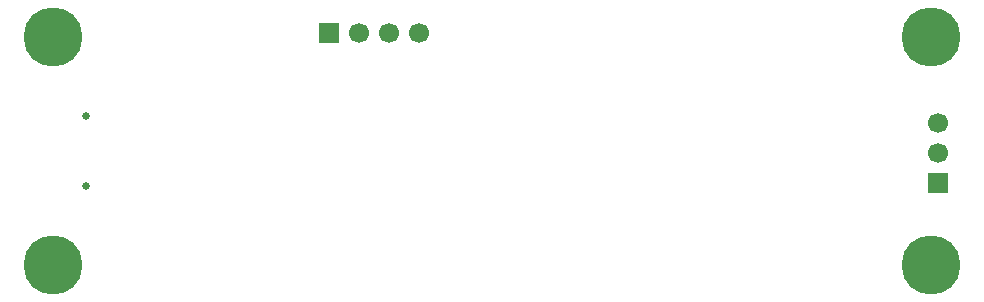
<source format=gbr>
%TF.GenerationSoftware,KiCad,Pcbnew,9.0.7*%
%TF.CreationDate,2026-02-18T00:38:32-05:00*%
%TF.ProjectId,RedPink_STM32C09_Board,52656450-696e-46b5-9f53-544d33324330,rev?*%
%TF.SameCoordinates,Original*%
%TF.FileFunction,Soldermask,Bot*%
%TF.FilePolarity,Negative*%
%FSLAX46Y46*%
G04 Gerber Fmt 4.6, Leading zero omitted, Abs format (unit mm)*
G04 Created by KiCad (PCBNEW 9.0.7) date 2026-02-18 00:38:32*
%MOMM*%
%LPD*%
G01*
G04 APERTURE LIST*
%ADD10R,1.700000X1.700000*%
%ADD11C,1.700000*%
%ADD12C,5.000000*%
%ADD13C,0.650000*%
G04 APERTURE END LIST*
D10*
%TO.C,J4*%
X189500000Y-70250000D03*
D11*
X189500000Y-67710000D03*
X189500000Y-65170000D03*
%TD*%
D12*
%TO.C,H4*%
X114575000Y-77175000D03*
%TD*%
D10*
%TO.C,J2*%
X137965000Y-57500000D03*
D11*
X140505000Y-57500000D03*
X143045000Y-57500000D03*
X145585000Y-57500000D03*
%TD*%
D12*
%TO.C,H3*%
X114575000Y-57825000D03*
%TD*%
%TO.C,H2*%
X188925000Y-77175000D03*
%TD*%
D13*
%TO.C,J1*%
X117338000Y-64500000D03*
X117338000Y-70500000D03*
%TD*%
D12*
%TO.C,H1*%
X188925000Y-57825000D03*
%TD*%
M02*

</source>
